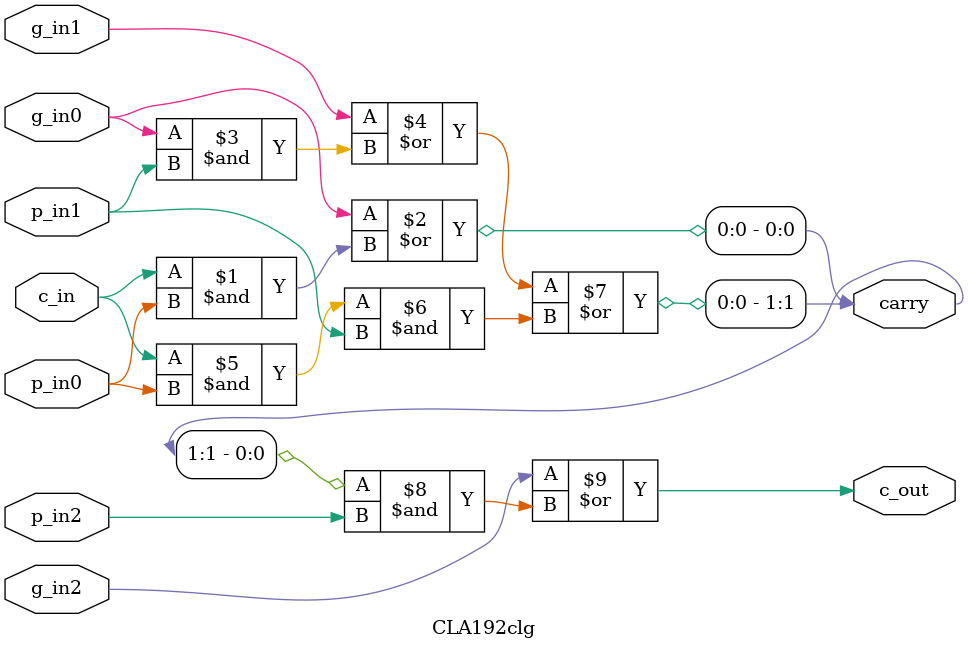
<source format=v>
 `timescale 1 ns/1 ps                                                                        
 module CLA192clg(c_out,                                                                     
 				 // g_out,                                                                  
 				 // p_out,                                                                  
                  carry,                                                                     
                  p_in0,                                                                     
                  g_in0,                                                                     
                  p_in1,                                                                     
                  g_in1,                                                                     
                  p_in2,                                                                     
                  g_in2,                                                                     
                  c_in                                                                       
                  ) ;                                                                        
                                                                                             
 parameter CA_WIDTH = 2 ;                                                                    
 parameter C_1 = 0 ;                                                                         
 parameter C_2 = 1 ;                                                                         
                                                                                             
 output                c_out ;                                                               
 // output                g_out ;                                                            
 // output                p_out ;                                                            
 output[CA_WIDTH-1:0]  carry ;                                                               
                                                                                             
 input                 p_in0 ;                                                               
 input                 g_in0 ;                                                               
 input                 p_in1 ;                                                               
 input                 g_in1 ;                                                               
 input                 p_in2 ;                                                               
 input                 g_in2 ;                                                               
 input                 c_in ;                                                                
 	                                                                                        
 	//                                                                                      
 	assign carry[C_1] = g_in0|(c_in&p_in0) ;                                                
 	assign carry[C_2] = g_in1|(g_in0&p_in1)|(c_in&p_in0&p_in1) ;                            
 	                                                                                        
 	//                                                                                      
 	// assign g_out = g_in3|(g_in2&p_in3)|(g_in1&p_in2&p_in3)|(g_in0&p_in1&p_in2&p_in3) ;   
 	// assign p_out = p_in3&p_in2&p_in1&p_in0 ;                                             
 	                                                                                        
 	assign c_out = g_in2|(carry[C_2]&p_in2) ;                                               
 	                                                                                        
 endmodule                                                                                   

</source>
